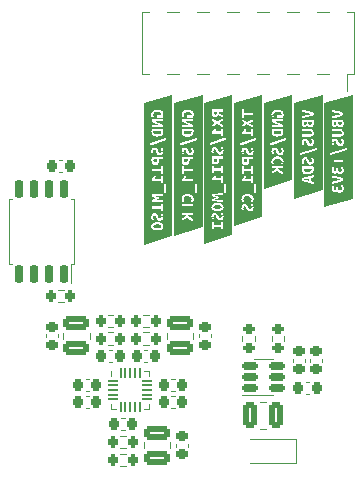
<source format=gbo>
%TF.GenerationSoftware,KiCad,Pcbnew,(6.0.1)*%
%TF.CreationDate,2022-02-16T12:07:44+01:00*%
%TF.ProjectId,f1c200s,66316332-3030-4732-9e6b-696361645f70,rev?*%
%TF.SameCoordinates,PX754fbd0PY813b7f0*%
%TF.FileFunction,Legend,Bot*%
%TF.FilePolarity,Positive*%
%FSLAX46Y46*%
G04 Gerber Fmt 4.6, Leading zero omitted, Abs format (unit mm)*
G04 Created by KiCad (PCBNEW (6.0.1)) date 2022-02-16 12:07:44*
%MOMM*%
%LPD*%
G01*
G04 APERTURE LIST*
G04 Aperture macros list*
%AMRoundRect*
0 Rectangle with rounded corners*
0 $1 Rounding radius*
0 $2 $3 $4 $5 $6 $7 $8 $9 X,Y pos of 4 corners*
0 Add a 4 corners polygon primitive as box body*
4,1,4,$2,$3,$4,$5,$6,$7,$8,$9,$2,$3,0*
0 Add four circle primitives for the rounded corners*
1,1,$1+$1,$2,$3*
1,1,$1+$1,$4,$5*
1,1,$1+$1,$6,$7*
1,1,$1+$1,$8,$9*
0 Add four rect primitives between the rounded corners*
20,1,$1+$1,$2,$3,$4,$5,0*
20,1,$1+$1,$4,$5,$6,$7,0*
20,1,$1+$1,$6,$7,$8,$9,0*
20,1,$1+$1,$8,$9,$2,$3,0*%
G04 Aperture macros list end*
%ADD10C,0.120000*%
%ADD11C,0.700000*%
%ADD12C,4.400000*%
%ADD13O,1.500000X0.800000*%
%ADD14C,0.650000*%
%ADD15O,1.600000X1.000000*%
%ADD16O,2.100000X1.000000*%
%ADD17RoundRect,0.225000X-0.225000X-0.250000X0.225000X-0.250000X0.225000X0.250000X-0.225000X0.250000X0*%
%ADD18RoundRect,0.200000X-0.200000X-0.275000X0.200000X-0.275000X0.200000X0.275000X-0.200000X0.275000X0*%
%ADD19RoundRect,0.150000X-0.512500X-0.150000X0.512500X-0.150000X0.512500X0.150000X-0.512500X0.150000X0*%
%ADD20RoundRect,0.250000X0.375000X0.850000X-0.375000X0.850000X-0.375000X-0.850000X0.375000X-0.850000X0*%
%ADD21RoundRect,0.200000X0.200000X0.275000X-0.200000X0.275000X-0.200000X-0.275000X0.200000X-0.275000X0*%
%ADD22RoundRect,0.225000X0.225000X0.250000X-0.225000X0.250000X-0.225000X-0.250000X0.225000X-0.250000X0*%
%ADD23RoundRect,0.150000X0.150000X-0.650000X0.150000X0.650000X-0.150000X0.650000X-0.150000X-0.650000X0*%
%ADD24RoundRect,0.250000X0.850000X-0.375000X0.850000X0.375000X-0.850000X0.375000X-0.850000X-0.375000X0*%
%ADD25RoundRect,0.250000X-0.850000X0.375000X-0.850000X-0.375000X0.850000X-0.375000X0.850000X0.375000X0*%
%ADD26RoundRect,0.200000X0.275000X-0.200000X0.275000X0.200000X-0.275000X0.200000X-0.275000X-0.200000X0*%
%ADD27R,0.900000X1.200000*%
%ADD28RoundRect,0.225000X0.250000X-0.225000X0.250000X0.225000X-0.250000X0.225000X-0.250000X-0.225000X0*%
%ADD29RoundRect,0.050000X-0.050000X0.375000X-0.050000X-0.375000X0.050000X-0.375000X0.050000X0.375000X0*%
%ADD30RoundRect,0.050000X-0.375000X0.050000X-0.375000X-0.050000X0.375000X-0.050000X0.375000X0.050000X0*%
%ADD31R,1.650000X1.650000*%
%ADD32RoundRect,0.225000X-0.250000X0.225000X-0.250000X-0.225000X0.250000X-0.225000X0.250000X0.225000X0*%
%ADD33R,1.000000X3.150000*%
G04 APERTURE END LIST*
D10*
X18049420Y9425000D02*
X18330580Y9425000D01*
X18049420Y10445000D02*
X18330580Y10445000D01*
X16027742Y637500D02*
X16502258Y637500D01*
X16027742Y1682500D02*
X16502258Y1682500D01*
X28140000Y9720000D02*
X28940000Y9720000D01*
X28140000Y6600000D02*
X26340000Y6600000D01*
X28140000Y9720000D02*
X27340000Y9720000D01*
X28140000Y6600000D02*
X28940000Y6600000D01*
X16027742Y2137500D02*
X16502258Y2137500D01*
X16027742Y3182500D02*
X16502258Y3182500D01*
X28376252Y6020000D02*
X27853748Y6020000D01*
X28376252Y3800000D02*
X27853748Y3800000D01*
X15427258Y13407500D02*
X14952742Y13407500D01*
X15427258Y12362500D02*
X14952742Y12362500D01*
X15330580Y10445000D02*
X15049420Y10445000D01*
X15330580Y9425000D02*
X15049420Y9425000D01*
X17952742Y10887500D02*
X18427258Y10887500D01*
X17952742Y11932500D02*
X18427258Y11932500D01*
X16124420Y4670000D02*
X16405580Y4670000D01*
X16124420Y3650000D02*
X16405580Y3650000D01*
X13380580Y5500000D02*
X13099420Y5500000D01*
X13380580Y6520000D02*
X13099420Y6520000D01*
X11830000Y17760000D02*
X11830000Y16110000D01*
X12090000Y20510000D02*
X12090000Y17760000D01*
X12090000Y20510000D02*
X12090000Y23260000D01*
X12090000Y23260000D02*
X11830000Y23260000D01*
X6640000Y17760000D02*
X6900000Y17760000D01*
X6640000Y20510000D02*
X6640000Y23260000D01*
X6640000Y23260000D02*
X6900000Y23260000D01*
X6640000Y20510000D02*
X6640000Y17760000D01*
X12090000Y17760000D02*
X11830000Y17760000D01*
X13425000Y11398748D02*
X13425000Y11921252D01*
X11205000Y11398748D02*
X11205000Y11921252D01*
X20349420Y6520000D02*
X20630580Y6520000D01*
X20349420Y5500000D02*
X20630580Y5500000D01*
X31749420Y7720000D02*
X32030580Y7720000D01*
X31749420Y6700000D02*
X32030580Y6700000D01*
X13380580Y6970000D02*
X13099420Y6970000D01*
X13380580Y7990000D02*
X13099420Y7990000D01*
G36*
X25671570Y20954280D02*
G01*
X25671570Y22501881D01*
X26288975Y22501881D01*
X26294134Y22417148D01*
X26309612Y22343925D01*
X26355650Y22230419D01*
X26506462Y22287569D01*
X26468362Y22375675D01*
X26452487Y22487594D01*
X26465011Y22574024D01*
X26502582Y22625883D01*
X26565200Y22643169D01*
X26615206Y22627294D01*
X26653306Y22586812D01*
X26682675Y22531250D01*
X26706487Y22470131D01*
X26745381Y22374087D01*
X26802531Y22282012D01*
X26891431Y22212956D01*
X26951558Y22192716D01*
X27025575Y22185969D01*
X27148011Y22208392D01*
X27239094Y22275662D01*
X27280986Y22345777D01*
X27306122Y22436529D01*
X27314500Y22547919D01*
X27307952Y22657853D01*
X27288306Y22743181D01*
X27239888Y22852719D01*
X27081138Y22795569D01*
X27128763Y22693175D01*
X27145431Y22627095D01*
X27150988Y22547919D01*
X27140669Y22466163D01*
X27112094Y22414569D01*
X27070819Y22388375D01*
X27023988Y22381231D01*
X26970013Y22398694D01*
X26927944Y22443144D01*
X26894606Y22503469D01*
X26866825Y22570144D01*
X26830312Y22662219D01*
X26777925Y22748737D01*
X26699344Y22813031D01*
X26582662Y22838431D01*
X26459631Y22816008D01*
X26366762Y22748737D01*
X26323547Y22681445D01*
X26297618Y22599160D01*
X26288975Y22501881D01*
X25671570Y22501881D01*
X25671570Y23221019D01*
X26288975Y23221019D01*
X26297706Y23126562D01*
X26317550Y23052744D01*
X26341362Y22999562D01*
X26360412Y22967019D01*
X26515987Y23017819D01*
X26475506Y23105925D01*
X26458837Y23224194D01*
X26475506Y23313887D01*
X26531069Y23391675D01*
X26635050Y23447237D01*
X26708075Y23463311D01*
X26796975Y23468669D01*
X26900427Y23462231D01*
X26986417Y23442916D01*
X27054944Y23410725D01*
X27122214Y23334327D01*
X27144638Y23221019D01*
X27127175Y23094812D01*
X27092250Y23014644D01*
X27246238Y22965431D01*
X27293069Y23077350D01*
X27309142Y23153352D01*
X27314500Y23240069D01*
X27299683Y23367774D01*
X27255233Y23473608D01*
X27181150Y23557569D01*
X27107430Y23605491D01*
X27019622Y23639722D01*
X26917724Y23660260D01*
X26801737Y23667106D01*
X26686247Y23658772D01*
X26584250Y23633769D01*
X26496342Y23593883D01*
X26423119Y23540900D01*
X26365175Y23475812D01*
X26323106Y23399612D01*
X26297508Y23314086D01*
X26288975Y23221019D01*
X25671570Y23221019D01*
X25671570Y23722669D01*
X27385938Y23722669D01*
X27555800Y23722669D01*
X27555800Y24491019D01*
X27385938Y24491019D01*
X27385938Y23722669D01*
X25671570Y23722669D01*
X25671570Y24764069D01*
X26311200Y24764069D01*
X27131938Y24764069D01*
X27131938Y24568806D01*
X27293863Y24568806D01*
X27293863Y25165706D01*
X27131938Y25165706D01*
X27131938Y24959331D01*
X26582662Y24959331D01*
X26639019Y25060931D01*
X26677912Y25157769D01*
X26515987Y25221269D01*
X26479475Y25138719D01*
X26430262Y25049819D01*
X26373112Y24965681D01*
X26311200Y24897419D01*
X26311200Y24764069D01*
X25671570Y24764069D01*
X25671570Y25381606D01*
X26311200Y25381606D01*
X26473125Y25381606D01*
X26473125Y25594331D01*
X27131938Y25594331D01*
X27131938Y25381606D01*
X27293863Y25381606D01*
X27293863Y26005494D01*
X27131938Y26005494D01*
X27131938Y25791181D01*
X26473125Y25791181D01*
X26473125Y26005494D01*
X26311200Y26005494D01*
X26311200Y25381606D01*
X25671570Y25381606D01*
X25671570Y26529369D01*
X26300087Y26529369D01*
X26308642Y26413834D01*
X26334307Y26316997D01*
X26377081Y26238856D01*
X26439258Y26181530D01*
X26523131Y26147134D01*
X26628700Y26135669D01*
X26735327Y26147222D01*
X26820258Y26181883D01*
X26883494Y26239650D01*
X26927150Y26318584D01*
X26953344Y26416744D01*
X26962075Y26534131D01*
X26962075Y26603981D01*
X27293863Y26603981D01*
X27293863Y26799244D01*
X26323900Y26799244D01*
X26312787Y26734950D01*
X26305644Y26662719D01*
X26301675Y26591281D01*
X26300087Y26529369D01*
X25671570Y26529369D01*
X25671570Y27264381D01*
X26288975Y27264381D01*
X26294134Y27179648D01*
X26309612Y27106425D01*
X26355650Y26992919D01*
X26506462Y27050069D01*
X26468362Y27138175D01*
X26452487Y27250094D01*
X26465011Y27336524D01*
X26502582Y27388383D01*
X26565200Y27405669D01*
X26615206Y27389794D01*
X26653306Y27349313D01*
X26682675Y27293750D01*
X26706487Y27232631D01*
X26745381Y27136588D01*
X26802531Y27044513D01*
X26891431Y26975456D01*
X26951558Y26955216D01*
X27025575Y26948469D01*
X27148011Y26970892D01*
X27239094Y27038163D01*
X27280986Y27108277D01*
X27306122Y27199029D01*
X27314500Y27310419D01*
X27307952Y27420353D01*
X27288306Y27505681D01*
X27239888Y27615219D01*
X27081138Y27558069D01*
X27128763Y27455675D01*
X27145431Y27389595D01*
X27150988Y27310419D01*
X27140669Y27228663D01*
X27112094Y27177069D01*
X27070819Y27150875D01*
X27023988Y27143731D01*
X26970013Y27161194D01*
X26927944Y27205644D01*
X26894606Y27265969D01*
X26866825Y27332644D01*
X26830312Y27424719D01*
X26777925Y27511238D01*
X26699344Y27575531D01*
X26582662Y27600931D01*
X26459631Y27578508D01*
X26366762Y27511238D01*
X26323547Y27443945D01*
X26297618Y27361660D01*
X26288975Y27264381D01*
X25671570Y27264381D01*
X25671570Y27753331D01*
X26184200Y27753331D01*
X27555800Y28194656D01*
X27555800Y28397856D01*
X26184200Y27953356D01*
X26184200Y27753331D01*
X25671570Y27753331D01*
X25671570Y28732819D01*
X26311200Y28732819D01*
X27131938Y28732819D01*
X27131938Y28537556D01*
X27293863Y28537556D01*
X27293863Y29134456D01*
X27131938Y29134456D01*
X27131938Y28928081D01*
X26582662Y28928081D01*
X26639019Y29029681D01*
X26677912Y29126519D01*
X26515987Y29190019D01*
X26479475Y29107469D01*
X26430262Y29018569D01*
X26373112Y28934431D01*
X26311200Y28866169D01*
X26311200Y28732819D01*
X25671570Y28732819D01*
X25671570Y29299556D01*
X26311200Y29299556D01*
X26769987Y29550381D01*
X26839837Y29507916D01*
X26912863Y29466244D01*
X26986483Y29426358D01*
X27058119Y29389250D01*
X27126381Y29355714D01*
X27189881Y29326544D01*
X27293863Y29283681D01*
X27293863Y29494819D01*
X27208534Y29528355D01*
X27114475Y29568638D01*
X27016050Y29613286D01*
X26917625Y29659919D01*
X27013073Y29705956D01*
X27112094Y29751994D01*
X27207939Y29794856D01*
X27293863Y29831369D01*
X27293863Y30042506D01*
X27190675Y29995675D01*
X27127969Y29963131D01*
X27060500Y29927413D01*
X26989658Y29889114D01*
X26916831Y29848831D01*
X26844402Y29808350D01*
X26774750Y29769456D01*
X26311200Y30026631D01*
X26311200Y29815494D01*
X26625525Y29659919D01*
X26311200Y29496406D01*
X26311200Y29299556D01*
X25671570Y29299556D01*
X25671570Y30099656D01*
X26311200Y30099656D01*
X26473125Y30099656D01*
X26473125Y30358419D01*
X27293863Y30358419D01*
X27293863Y30555269D01*
X26473125Y30555269D01*
X26473125Y30814031D01*
X26311200Y30814031D01*
X26311200Y30099656D01*
X25671570Y30099656D01*
X25671570Y31326661D01*
X28068430Y32045720D01*
X28068430Y21673339D01*
X25671570Y20954280D01*
G37*
G36*
X26792212Y26524606D02*
G01*
X26782886Y26442453D01*
X26754906Y26383319D01*
X26704305Y26347600D01*
X26627112Y26335694D01*
X26553889Y26347402D01*
X26505669Y26382525D01*
X26478880Y26437095D01*
X26469950Y26507144D01*
X26470744Y26555563D01*
X26474712Y26603981D01*
X26792212Y26603981D01*
X26792212Y26524606D01*
G37*
X15427258Y10887500D02*
X14952742Y10887500D01*
X15427258Y11932500D02*
X14952742Y11932500D01*
X20250000Y2646252D02*
X20250000Y2123748D01*
X18030000Y2646252D02*
X18030000Y2123748D01*
X26367500Y11172742D02*
X26367500Y11647258D01*
X27412500Y11172742D02*
X27412500Y11647258D01*
X20349420Y6980000D02*
X20630580Y6980000D01*
X20349420Y8000000D02*
X20630580Y8000000D01*
X30890000Y910000D02*
X26990000Y910000D01*
X30890000Y2910000D02*
X26990000Y2910000D01*
X30890000Y2910000D02*
X30890000Y910000D01*
X11227258Y15532500D02*
X10752742Y15532500D01*
X11227258Y14487500D02*
X10752742Y14487500D01*
G36*
X24330992Y22719980D02*
G01*
X24395881Y22715812D01*
X24504625Y22693587D01*
X24577650Y22646756D01*
X24604638Y22565794D01*
X24577650Y22485625D01*
X24503831Y22438000D01*
X24395088Y22415775D01*
X24330794Y22411608D01*
X24261737Y22410219D01*
X24192483Y22411608D01*
X24127594Y22415775D01*
X24018850Y22438000D01*
X23945825Y22484831D01*
X23918837Y22565794D01*
X23945825Y22646756D01*
X24019644Y22693587D01*
X24128387Y22715812D01*
X24192681Y22719980D01*
X24261737Y22721369D01*
X24330992Y22719980D01*
G37*
G36*
X24252212Y26571056D02*
G01*
X24242886Y26488903D01*
X24214906Y26429769D01*
X24164305Y26394050D01*
X24087112Y26382144D01*
X24013889Y26393852D01*
X23965669Y26428975D01*
X23938880Y26483545D01*
X23929950Y26553594D01*
X23930744Y26602013D01*
X23934712Y26650431D01*
X24252212Y26650431D01*
X24252212Y26571056D01*
G37*
G36*
X23131570Y19433868D02*
G01*
X23131570Y20665556D01*
X23771200Y20665556D01*
X23933125Y20665556D01*
X23933125Y20878281D01*
X24591938Y20878281D01*
X24591938Y20665556D01*
X24753863Y20665556D01*
X24753863Y21289444D01*
X24591938Y21289444D01*
X24591938Y21075131D01*
X23933125Y21075131D01*
X23933125Y21289444D01*
X23771200Y21289444D01*
X23771200Y20665556D01*
X23131570Y20665556D01*
X23131570Y21754581D01*
X23748975Y21754581D01*
X23754134Y21669848D01*
X23769612Y21596625D01*
X23815650Y21483119D01*
X23966462Y21540269D01*
X23928362Y21628375D01*
X23912487Y21740294D01*
X23925011Y21826724D01*
X23962582Y21878583D01*
X24025200Y21895869D01*
X24075206Y21879994D01*
X24113306Y21839512D01*
X24142675Y21783950D01*
X24166487Y21722831D01*
X24205381Y21626787D01*
X24262531Y21534712D01*
X24351431Y21465656D01*
X24411558Y21445416D01*
X24485575Y21438669D01*
X24608011Y21461092D01*
X24699094Y21528362D01*
X24740986Y21598477D01*
X24766122Y21689229D01*
X24774500Y21800619D01*
X24767952Y21910553D01*
X24748306Y21995881D01*
X24699888Y22105419D01*
X24541138Y22048269D01*
X24588763Y21945875D01*
X24605431Y21879795D01*
X24610988Y21800619D01*
X24600669Y21718862D01*
X24572094Y21667269D01*
X24530819Y21641075D01*
X24483988Y21633931D01*
X24430013Y21651394D01*
X24387944Y21695844D01*
X24354606Y21756169D01*
X24326825Y21822844D01*
X24290312Y21914919D01*
X24237925Y22001437D01*
X24159344Y22065731D01*
X24042662Y22091131D01*
X23919631Y22068708D01*
X23826762Y22001437D01*
X23783547Y21934145D01*
X23757618Y21851860D01*
X23748975Y21754581D01*
X23131570Y21754581D01*
X23131570Y22565794D01*
X23748975Y22565794D01*
X23763351Y22459608D01*
X23806478Y22371766D01*
X23878356Y22302269D01*
X23950836Y22262680D01*
X24038892Y22234403D01*
X24142526Y22217437D01*
X24261737Y22211781D01*
X24380949Y22217536D01*
X24484583Y22234800D01*
X24572639Y22263573D01*
X24645119Y22303856D01*
X24716997Y22373706D01*
X24760124Y22460490D01*
X24774500Y22564206D01*
X24760124Y22670481D01*
X24716997Y22758587D01*
X24645119Y22828525D01*
X24572639Y22868461D01*
X24484583Y22896986D01*
X24380949Y22914101D01*
X24261737Y22919806D01*
X24142526Y22913952D01*
X24038892Y22896391D01*
X23950836Y22867121D01*
X23878356Y22826144D01*
X23806478Y22755588D01*
X23763351Y22668805D01*
X23748975Y22565794D01*
X23131570Y22565794D01*
X23131570Y23057919D01*
X23771200Y23057919D01*
X23898200Y23047005D01*
X24022025Y23036487D01*
X24143667Y23026962D01*
X24264119Y23019025D01*
X24384372Y23012477D01*
X24505419Y23007119D01*
X24628252Y23002753D01*
X24753863Y22999181D01*
X24753863Y23178569D01*
X23990275Y23169044D01*
X24406200Y23289694D01*
X24406200Y23432569D01*
X23990275Y23548456D01*
X24753863Y23540519D01*
X24753863Y23719906D01*
X24630831Y23714945D01*
X24503038Y23709587D01*
X24373259Y23703833D01*
X24244275Y23697681D01*
X24117672Y23690736D01*
X23995037Y23682600D01*
X23878753Y23673273D01*
X23771200Y23662756D01*
X23771200Y23500831D01*
X23856925Y23473050D01*
X23969637Y23437331D01*
X24091875Y23399231D01*
X24206175Y23362719D01*
X24084731Y23323031D01*
X23964081Y23283344D01*
X23855337Y23248419D01*
X23771200Y23219844D01*
X23771200Y23057919D01*
X23131570Y23057919D01*
X23131570Y23769119D01*
X24845938Y23769119D01*
X25015800Y23769119D01*
X25015800Y24537469D01*
X24845938Y24537469D01*
X24845938Y23769119D01*
X23131570Y23769119D01*
X23131570Y24810519D01*
X23771200Y24810519D01*
X24591938Y24810519D01*
X24591938Y24615256D01*
X24753863Y24615256D01*
X24753863Y25212156D01*
X24591938Y25212156D01*
X24591938Y25005781D01*
X24042662Y25005781D01*
X24099019Y25107381D01*
X24137912Y25204219D01*
X23975987Y25267719D01*
X23939475Y25185169D01*
X23890262Y25096269D01*
X23833112Y25012131D01*
X23771200Y24943869D01*
X23771200Y24810519D01*
X23131570Y24810519D01*
X23131570Y25428056D01*
X23771200Y25428056D01*
X23933125Y25428056D01*
X23933125Y25640781D01*
X24591938Y25640781D01*
X24591938Y25428056D01*
X24753863Y25428056D01*
X24753863Y26051944D01*
X24591938Y26051944D01*
X24591938Y25837631D01*
X23933125Y25837631D01*
X23933125Y26051944D01*
X23771200Y26051944D01*
X23771200Y25428056D01*
X23131570Y25428056D01*
X23131570Y26575819D01*
X23760087Y26575819D01*
X23768642Y26460284D01*
X23794307Y26363447D01*
X23837081Y26285306D01*
X23899258Y26227980D01*
X23983131Y26193584D01*
X24088700Y26182119D01*
X24195327Y26193672D01*
X24280258Y26228333D01*
X24343494Y26286100D01*
X24387150Y26365034D01*
X24413344Y26463194D01*
X24422075Y26580581D01*
X24422075Y26650431D01*
X24753863Y26650431D01*
X24753863Y26845694D01*
X23783900Y26845694D01*
X23772787Y26781400D01*
X23765644Y26709169D01*
X23761675Y26637731D01*
X23760087Y26575819D01*
X23131570Y26575819D01*
X23131570Y27310831D01*
X23748975Y27310831D01*
X23754134Y27226098D01*
X23769612Y27152875D01*
X23815650Y27039369D01*
X23966462Y27096519D01*
X23928362Y27184625D01*
X23912487Y27296544D01*
X23925011Y27382974D01*
X23962582Y27434833D01*
X24025200Y27452119D01*
X24075206Y27436244D01*
X24113306Y27395763D01*
X24142675Y27340200D01*
X24166487Y27279081D01*
X24205381Y27183038D01*
X24262531Y27090963D01*
X24351431Y27021906D01*
X24411558Y27001666D01*
X24485575Y26994919D01*
X24608011Y27017342D01*
X24699094Y27084613D01*
X24740986Y27154727D01*
X24766122Y27245479D01*
X24774500Y27356869D01*
X24767952Y27466803D01*
X24748306Y27552131D01*
X24699888Y27661669D01*
X24541138Y27604519D01*
X24588763Y27502125D01*
X24605431Y27436045D01*
X24610988Y27356869D01*
X24600669Y27275113D01*
X24572094Y27223519D01*
X24530819Y27197325D01*
X24483988Y27190181D01*
X24430013Y27207644D01*
X24387944Y27252094D01*
X24354606Y27312419D01*
X24326825Y27379094D01*
X24290312Y27471169D01*
X24237925Y27557688D01*
X24159344Y27621981D01*
X24042662Y27647381D01*
X23919631Y27624958D01*
X23826762Y27557688D01*
X23783547Y27490395D01*
X23757618Y27408110D01*
X23748975Y27310831D01*
X23131570Y27310831D01*
X23131570Y27799781D01*
X23644200Y27799781D01*
X25015800Y28241106D01*
X25015800Y28444306D01*
X23644200Y27999806D01*
X23644200Y27799781D01*
X23131570Y27799781D01*
X23131570Y28779269D01*
X23771200Y28779269D01*
X24591938Y28779269D01*
X24591938Y28584006D01*
X24753863Y28584006D01*
X24753863Y29180906D01*
X24591938Y29180906D01*
X24591938Y28974531D01*
X24042662Y28974531D01*
X24099019Y29076131D01*
X24137912Y29172969D01*
X23975987Y29236469D01*
X23939475Y29153919D01*
X23890262Y29065019D01*
X23833112Y28980881D01*
X23771200Y28912619D01*
X23771200Y28779269D01*
X23131570Y28779269D01*
X23131570Y29346006D01*
X23771200Y29346006D01*
X24229987Y29596831D01*
X24299837Y29554366D01*
X24372863Y29512694D01*
X24446483Y29472808D01*
X24518119Y29435700D01*
X24586381Y29402164D01*
X24649881Y29372994D01*
X24753863Y29330131D01*
X24753863Y29541269D01*
X24668534Y29574805D01*
X24574475Y29615088D01*
X24476050Y29659736D01*
X24377625Y29706369D01*
X24473073Y29752406D01*
X24572094Y29798444D01*
X24667939Y29841306D01*
X24753863Y29877819D01*
X24753863Y30088956D01*
X24650675Y30042125D01*
X24587969Y30009581D01*
X24520500Y29973863D01*
X24449658Y29935564D01*
X24376831Y29895281D01*
X24304402Y29854800D01*
X24234750Y29815906D01*
X23771200Y30073081D01*
X23771200Y29861944D01*
X24085525Y29706369D01*
X23771200Y29542856D01*
X23771200Y29346006D01*
X23131570Y29346006D01*
X23131570Y30560444D01*
X23760087Y30560444D01*
X23764850Y30480275D01*
X23779137Y30408044D01*
X23803347Y30344544D01*
X23837875Y30290569D01*
X23938681Y30215163D01*
X24005158Y30195517D01*
X24082350Y30188969D01*
X24164106Y30197700D01*
X24237925Y30223894D01*
X24299441Y30270328D01*
X24344288Y30339781D01*
X24435569Y30282631D01*
X24540344Y30223894D01*
X24649881Y30169125D01*
X24753863Y30123881D01*
X24753863Y30328669D01*
X24660398Y30368158D01*
X24570506Y30413600D01*
X24481805Y30463805D01*
X24391913Y30517581D01*
X24391913Y30619181D01*
X24753863Y30619181D01*
X24753863Y30814444D01*
X23785487Y30814444D01*
X23773581Y30751738D01*
X23765644Y30682681D01*
X23761675Y30616006D01*
X23760087Y30560444D01*
X23131570Y30560444D01*
X23131570Y31327074D01*
X25528430Y32046132D01*
X25528430Y20152926D01*
X23131570Y19433868D01*
G37*
G36*
X24229987Y30576319D02*
G01*
X24220264Y30490197D01*
X24191094Y30431856D01*
X24080762Y30387406D01*
X24013294Y30399313D01*
X23966462Y30435031D01*
X23939078Y30490197D01*
X23929950Y30560444D01*
X23930744Y30587431D01*
X23934712Y30619181D01*
X24229987Y30619181D01*
X24229987Y30576319D01*
G37*
X19955000Y11398748D02*
X19955000Y11921252D01*
X22175000Y11398748D02*
X22175000Y11921252D01*
X32130000Y9444420D02*
X32130000Y9725580D01*
X33150000Y9444420D02*
X33150000Y9725580D01*
X15255000Y8220000D02*
X15255000Y8670000D01*
X18475000Y5900000D02*
X18475000Y5450000D01*
X18475000Y5450000D02*
X18025000Y5450000D01*
X18475000Y8220000D02*
X18475000Y8670000D01*
X18475000Y8670000D02*
X18025000Y8670000D01*
X15255000Y5900000D02*
X15255000Y5450000D01*
X15255000Y5450000D02*
X15705000Y5450000D01*
G36*
X32235113Y29718194D02*
G01*
X32236700Y29669775D01*
X32231144Y29604688D01*
X32210506Y29548331D01*
X32167644Y29507850D01*
X32097000Y29491975D01*
X31994606Y29537219D01*
X31963650Y29658663D01*
X31963650Y29763438D01*
X32230350Y29763438D01*
X32235113Y29718194D01*
G37*
G36*
X31801725Y29687238D02*
G01*
X31769181Y29574525D01*
X31679487Y29536425D01*
X31623131Y29547538D01*
X31589794Y29577700D01*
X31573919Y29622150D01*
X31569950Y29674537D01*
X31571537Y29720575D01*
X31576300Y29763438D01*
X31801725Y29763438D01*
X31801725Y29687238D01*
G37*
G36*
X32004925Y24791387D02*
G01*
X31903325Y24810437D01*
X31805694Y24831869D01*
X31707269Y24857269D01*
X31601700Y24886637D01*
X31707269Y24916006D01*
X31805694Y24941406D01*
X31903325Y24963631D01*
X32004925Y24983475D01*
X32004925Y24791387D01*
G37*
G36*
X33168430Y32049226D02*
G01*
X33168430Y23989832D01*
X30771570Y23270774D01*
X30771570Y24775512D01*
X31411200Y24775512D01*
X31520787Y24740637D01*
X31633648Y24705861D01*
X31749784Y24671184D01*
X31869194Y24636606D01*
X31967650Y24609142D01*
X32069346Y24581996D01*
X32174280Y24555167D01*
X32282452Y24528656D01*
X32393863Y24502462D01*
X32393863Y24712012D01*
X32166850Y24758050D01*
X32166850Y25019987D01*
X32393863Y25064437D01*
X32393863Y25267637D01*
X32279721Y25239634D01*
X32169708Y25211503D01*
X32063821Y25183246D01*
X31962062Y25154861D01*
X31864431Y25126350D01*
X31746510Y25090929D01*
X31631664Y25056103D01*
X31519894Y25021873D01*
X31411200Y24988237D01*
X31411200Y24775512D01*
X30771570Y24775512D01*
X30771570Y25755000D01*
X31400087Y25755000D01*
X31407231Y25662330D01*
X31428662Y25577994D01*
X31465373Y25503977D01*
X31518356Y25442262D01*
X31587809Y25392852D01*
X31673931Y25355744D01*
X31778111Y25332527D01*
X31901737Y25324787D01*
X32028142Y25333320D01*
X32134306Y25358919D01*
X32221420Y25399598D01*
X32290675Y25453375D01*
X32342864Y25519455D01*
X32378781Y25597044D01*
X32399617Y25684555D01*
X32406563Y25780400D01*
X32401006Y25882794D01*
X32382750Y25989950D01*
X31423900Y25989950D01*
X31404850Y25864537D01*
X31400087Y25755000D01*
X30771570Y25755000D01*
X30771570Y26455087D01*
X31388975Y26455087D01*
X31394134Y26370355D01*
X31409612Y26297131D01*
X31455650Y26183625D01*
X31606462Y26240775D01*
X31568362Y26328881D01*
X31552487Y26440800D01*
X31565011Y26527231D01*
X31602582Y26579089D01*
X31665200Y26596375D01*
X31715206Y26580500D01*
X31753306Y26540019D01*
X31782675Y26484456D01*
X31806487Y26423337D01*
X31845381Y26327294D01*
X31902531Y26235219D01*
X31991431Y26166162D01*
X32051558Y26145922D01*
X32125575Y26139175D01*
X32248011Y26161598D01*
X32339094Y26228869D01*
X32380986Y26298983D01*
X32406122Y26389735D01*
X32414500Y26501125D01*
X32407952Y26611059D01*
X32388306Y26696387D01*
X32339888Y26805925D01*
X32181138Y26748775D01*
X32228763Y26646381D01*
X32245431Y26580302D01*
X32250988Y26501125D01*
X32240669Y26419369D01*
X32212094Y26367775D01*
X32170819Y26341581D01*
X32123988Y26334437D01*
X32070013Y26351900D01*
X32027944Y26396350D01*
X31994606Y26456675D01*
X31966825Y26523350D01*
X31930312Y26615425D01*
X31877925Y26701944D01*
X31799344Y26766237D01*
X31682662Y26791637D01*
X31559631Y26769214D01*
X31466762Y26701944D01*
X31423547Y26634651D01*
X31397618Y26552366D01*
X31388975Y26455087D01*
X30771570Y26455087D01*
X30771570Y26944037D01*
X31284200Y26944037D01*
X32655800Y27385362D01*
X32655800Y27588562D01*
X31284200Y27144062D01*
X31284200Y26944037D01*
X30771570Y26944037D01*
X30771570Y28042588D01*
X31388975Y28042588D01*
X31394134Y27957855D01*
X31409612Y27884631D01*
X31455650Y27771125D01*
X31606462Y27828275D01*
X31568362Y27916381D01*
X31552487Y28028300D01*
X31565011Y28114731D01*
X31602582Y28166589D01*
X31665200Y28183875D01*
X31715206Y28168000D01*
X31753306Y28127519D01*
X31782675Y28071956D01*
X31806487Y28010838D01*
X31845381Y27914794D01*
X31902531Y27822719D01*
X31991431Y27753663D01*
X32051558Y27733422D01*
X32125575Y27726675D01*
X32248011Y27749098D01*
X32339094Y27816369D01*
X32380986Y27886483D01*
X32406122Y27977235D01*
X32414500Y28088625D01*
X32407952Y28198559D01*
X32388306Y28283888D01*
X32339888Y28393425D01*
X32181138Y28336275D01*
X32228763Y28233881D01*
X32245431Y28167802D01*
X32250988Y28088625D01*
X32240669Y28006869D01*
X32212094Y27955275D01*
X32170819Y27929081D01*
X32123988Y27921938D01*
X32070013Y27939400D01*
X32027944Y27983850D01*
X31994606Y28044175D01*
X31966825Y28110850D01*
X31930312Y28202925D01*
X31877925Y28289444D01*
X31799344Y28353738D01*
X31682662Y28379138D01*
X31559631Y28356714D01*
X31466762Y28289444D01*
X31423547Y28222151D01*
X31397618Y28139866D01*
X31388975Y28042588D01*
X30771570Y28042588D01*
X30771570Y28518838D01*
X31411200Y28518838D01*
X32038263Y28518838D01*
X32120019Y28522806D01*
X32193838Y28534713D01*
X32258528Y28556541D01*
X32312900Y28590275D01*
X32356358Y28636313D01*
X32388306Y28695050D01*
X32407952Y28768075D01*
X32414500Y28856975D01*
X32407952Y28944486D01*
X32388306Y29016519D01*
X32312900Y29118913D01*
X32258528Y29151456D01*
X32193838Y29172888D01*
X32120019Y29184794D01*
X32038263Y29188763D01*
X31411200Y29188763D01*
X31411200Y28991913D01*
X32025563Y28991913D01*
X32129544Y28985563D01*
X32197013Y28964131D01*
X32233525Y28922063D01*
X32244638Y28853800D01*
X32233525Y28785538D01*
X32196219Y28742675D01*
X32127956Y28720450D01*
X32023975Y28714100D01*
X31411200Y28714100D01*
X31411200Y28518838D01*
X30771570Y28518838D01*
X30771570Y29704700D01*
X31400087Y29704700D01*
X31405842Y29603894D01*
X31423106Y29523725D01*
X31483431Y29414188D01*
X31566775Y29360213D01*
X31658850Y29345925D01*
X31724731Y29354458D01*
X31782675Y29380056D01*
X31868400Y29471338D01*
X31911262Y29387398D01*
X31966825Y29335606D01*
X32030325Y29308817D01*
X32097000Y29299888D01*
X32178558Y29307428D01*
X32245431Y29330050D01*
X32340681Y29411806D01*
X32371241Y29468163D01*
X32391481Y29534044D01*
X32402792Y29607267D01*
X32406563Y29685650D01*
X32404777Y29751928D01*
X32399419Y29820588D01*
X32390489Y29890041D01*
X32377988Y29958700D01*
X31423900Y29958700D01*
X31407231Y29836463D01*
X31400087Y29704700D01*
X30771570Y29704700D01*
X30771570Y30611163D01*
X31411200Y30611163D01*
X31493552Y30599256D01*
X31588206Y30582588D01*
X31690600Y30562545D01*
X31796169Y30540519D01*
X31902531Y30516706D01*
X32007306Y30491306D01*
X32105930Y30465311D01*
X32193838Y30439713D01*
X32107120Y30414313D01*
X32008894Y30388913D01*
X31904119Y30364306D01*
X31797756Y30341288D01*
X31691989Y30319856D01*
X31589000Y30300013D01*
X31493750Y30282550D01*
X31411200Y30268263D01*
X31411200Y30063475D01*
X31512006Y30084708D01*
X31623925Y30110306D01*
X31744377Y30140072D01*
X31870781Y30173806D01*
X31957565Y30198413D01*
X32045406Y30224606D01*
X32134306Y30252388D01*
X32222765Y30281315D01*
X32309284Y30310949D01*
X32393863Y30341288D01*
X32393863Y30542900D01*
X32277181Y30582191D01*
X32146213Y30623863D01*
X32054226Y30651908D01*
X31962415Y30678896D01*
X31870781Y30704825D01*
X31780911Y30729343D01*
X31694392Y30752097D01*
X31611225Y30773088D01*
X31500100Y30799281D01*
X31411200Y30817538D01*
X31411200Y30611163D01*
X30771570Y30611163D01*
X30771570Y31330168D01*
X33168430Y32049226D01*
G37*
G36*
X32236700Y25777225D02*
G01*
X32236700Y25759762D01*
X32211300Y25647844D01*
X32141450Y25574819D01*
X32035881Y25535131D01*
X31971786Y25526202D01*
X31901737Y25523225D01*
X31777912Y25532750D01*
X31671550Y25566087D01*
X31597731Y25631175D01*
X31569950Y25737537D01*
X31570744Y25766112D01*
X31574712Y25794687D01*
X32235113Y25794687D01*
X32236700Y25777225D01*
G37*
X9705000Y11800580D02*
X9705000Y11519420D01*
X10725000Y11800580D02*
X10725000Y11519420D01*
G36*
X20601570Y20115974D02*
G01*
X20601570Y21381000D01*
X21241200Y21381000D01*
X21338831Y21434181D01*
X21394791Y21467320D01*
X21453131Y21504825D01*
X21513258Y21545902D01*
X21574575Y21589756D01*
X21635297Y21635992D01*
X21693637Y21684212D01*
X21744834Y21634603D01*
X21803175Y21584200D01*
X21867270Y21534789D01*
X21935731Y21488156D01*
X22007169Y21445095D01*
X22080194Y21406400D01*
X22153020Y21373459D01*
X22223863Y21347662D01*
X22223863Y21568325D01*
X22104006Y21618331D01*
X22040506Y21652661D01*
X21978594Y21690562D01*
X21919459Y21731242D01*
X21864294Y21773906D01*
X21774600Y21857250D01*
X22223863Y21857250D01*
X22223863Y22052512D01*
X21241200Y22052512D01*
X21241200Y21857250D01*
X21649187Y21857250D01*
X21550762Y21784225D01*
X21442812Y21711994D01*
X21336450Y21649287D01*
X21241200Y21601662D01*
X21241200Y21381000D01*
X20601570Y21381000D01*
X20601570Y22608137D01*
X21241200Y22608137D01*
X22061938Y22608137D01*
X22061938Y22187450D01*
X22223863Y22187450D01*
X22223863Y22804987D01*
X21241200Y22804987D01*
X21241200Y22608137D01*
X20601570Y22608137D01*
X20601570Y23222500D01*
X21218975Y23222500D01*
X21227706Y23128044D01*
X21247550Y23054225D01*
X21271362Y23001044D01*
X21290412Y22968500D01*
X21445987Y23019300D01*
X21405506Y23107406D01*
X21388837Y23225675D01*
X21405506Y23315369D01*
X21461069Y23393156D01*
X21565050Y23448719D01*
X21638075Y23464792D01*
X21726975Y23470150D01*
X21830427Y23463712D01*
X21916417Y23444397D01*
X21984944Y23412206D01*
X22052214Y23335808D01*
X22074638Y23222500D01*
X22057175Y23096294D01*
X22022250Y23016125D01*
X22176238Y22966912D01*
X22223069Y23078831D01*
X22239142Y23154833D01*
X22244500Y23241550D01*
X22229683Y23369256D01*
X22185233Y23475089D01*
X22111150Y23559050D01*
X22037430Y23606973D01*
X21949622Y23641203D01*
X21847724Y23661741D01*
X21731737Y23668587D01*
X21616247Y23660253D01*
X21514250Y23635250D01*
X21426342Y23595364D01*
X21353119Y23542381D01*
X21295175Y23477294D01*
X21253106Y23401094D01*
X21227508Y23315567D01*
X21218975Y23222500D01*
X20601570Y23222500D01*
X20601570Y23724150D01*
X22315938Y23724150D01*
X22485800Y23724150D01*
X22485800Y24492500D01*
X22315938Y24492500D01*
X22315938Y23724150D01*
X20601570Y23724150D01*
X20601570Y24765550D01*
X21241200Y24765550D01*
X22061938Y24765550D01*
X22061938Y24570287D01*
X22223863Y24570287D01*
X22223863Y25167187D01*
X22061938Y25167187D01*
X22061938Y24960812D01*
X21512662Y24960812D01*
X21569019Y25062412D01*
X21607912Y25159250D01*
X21445987Y25222750D01*
X21409475Y25140200D01*
X21360262Y25051300D01*
X21303112Y24967162D01*
X21241200Y24898900D01*
X21241200Y24765550D01*
X20601570Y24765550D01*
X20601570Y25383087D01*
X21241200Y25383087D01*
X21403125Y25383087D01*
X21403125Y25595812D01*
X22061938Y25595812D01*
X22061938Y25383087D01*
X22223863Y25383087D01*
X22223863Y26006975D01*
X22061938Y26006975D01*
X22061938Y25792662D01*
X21403125Y25792662D01*
X21403125Y26006975D01*
X21241200Y26006975D01*
X21241200Y25383087D01*
X20601570Y25383087D01*
X20601570Y26530850D01*
X21230087Y26530850D01*
X21238642Y26415315D01*
X21264307Y26318478D01*
X21307081Y26240338D01*
X21369258Y26183011D01*
X21453131Y26148615D01*
X21558700Y26137150D01*
X21665327Y26148703D01*
X21750258Y26183364D01*
X21813494Y26241131D01*
X21857150Y26320065D01*
X21883344Y26418226D01*
X21892075Y26535613D01*
X21892075Y26605463D01*
X22223863Y26605463D01*
X22223863Y26800725D01*
X21253900Y26800725D01*
X21242787Y26736431D01*
X21235644Y26664200D01*
X21231675Y26592763D01*
X21230087Y26530850D01*
X20601570Y26530850D01*
X20601570Y27265863D01*
X21218975Y27265863D01*
X21224134Y27181130D01*
X21239612Y27107906D01*
X21285650Y26994400D01*
X21436462Y27051550D01*
X21398362Y27139656D01*
X21382487Y27251575D01*
X21395011Y27338006D01*
X21432582Y27389864D01*
X21495200Y27407150D01*
X21545206Y27391275D01*
X21583306Y27350794D01*
X21612675Y27295231D01*
X21636487Y27234113D01*
X21675381Y27138069D01*
X21732531Y27045994D01*
X21821431Y26976938D01*
X21881558Y26956697D01*
X21955575Y26949950D01*
X22078011Y26972373D01*
X22169094Y27039644D01*
X22210986Y27109758D01*
X22236122Y27200510D01*
X22244500Y27311900D01*
X22237952Y27421834D01*
X22218306Y27507163D01*
X22169888Y27616700D01*
X22011138Y27559550D01*
X22058763Y27457156D01*
X22075431Y27391077D01*
X22080988Y27311900D01*
X22070669Y27230144D01*
X22042094Y27178550D01*
X22000819Y27152356D01*
X21953988Y27145213D01*
X21900013Y27162675D01*
X21857944Y27207125D01*
X21824606Y27267450D01*
X21796825Y27334125D01*
X21760312Y27426200D01*
X21707925Y27512719D01*
X21629344Y27577013D01*
X21512662Y27602413D01*
X21389631Y27579989D01*
X21296762Y27512719D01*
X21253547Y27445426D01*
X21227618Y27363141D01*
X21218975Y27265863D01*
X20601570Y27265863D01*
X20601570Y27754813D01*
X21114200Y27754813D01*
X22485800Y28196138D01*
X22485800Y28399338D01*
X21114200Y27954838D01*
X21114200Y27754813D01*
X20601570Y27754813D01*
X20601570Y28947025D01*
X21230087Y28947025D01*
X21237231Y28854355D01*
X21258662Y28770019D01*
X21295373Y28696002D01*
X21348356Y28634288D01*
X21417809Y28584877D01*
X21503931Y28547769D01*
X21608111Y28524552D01*
X21731737Y28516813D01*
X21858142Y28525345D01*
X21964306Y28550944D01*
X22051420Y28591623D01*
X22120675Y28645400D01*
X22172864Y28711480D01*
X22208781Y28789069D01*
X22229617Y28876580D01*
X22236563Y28972425D01*
X22231006Y29074819D01*
X22212750Y29181975D01*
X21253900Y29181975D01*
X21234850Y29056563D01*
X21230087Y28947025D01*
X20601570Y28947025D01*
X20601570Y29340725D01*
X21241200Y29340725D01*
X22223863Y29340725D01*
X22223863Y29497888D01*
X22114942Y29543660D01*
X22006199Y29592079D01*
X21897631Y29643144D01*
X21789064Y29696854D01*
X21680320Y29753210D01*
X21571400Y29812213D01*
X22223863Y29812213D01*
X22223863Y29988425D01*
X21241200Y29988425D01*
X21241200Y29831263D01*
X21314027Y29786813D01*
X21392806Y29742363D01*
X21474364Y29698508D01*
X21555525Y29655844D01*
X21635297Y29615363D01*
X21712687Y29578056D01*
X21784125Y29544917D01*
X21846038Y29516938D01*
X21241200Y29516938D01*
X21241200Y29340725D01*
X20601570Y29340725D01*
X20601570Y30386888D01*
X21218975Y30386888D01*
X21227706Y30284494D01*
X21247550Y30205913D01*
X21271362Y30151144D01*
X21290412Y30118600D01*
X21445987Y30169400D01*
X21406300Y30255125D01*
X21388837Y30359900D01*
X21414237Y30477375D01*
X21484881Y30555956D01*
X21592831Y30600406D01*
X21658911Y30610527D01*
X21731737Y30613900D01*
X21838894Y30607726D01*
X21925413Y30589206D01*
X21991294Y30558338D01*
X22053802Y30489678D01*
X22074638Y30394825D01*
X22073050Y30356725D01*
X22068288Y30318625D01*
X21709512Y30318625D01*
X21709512Y30123362D01*
X22200050Y30123362D01*
X22228625Y30232106D01*
X22240531Y30313664D01*
X22244500Y30410700D01*
X22236364Y30498211D01*
X22211956Y30576594D01*
X22171475Y30645055D01*
X22115119Y30702800D01*
X22042888Y30749234D01*
X21954781Y30783763D01*
X21850998Y30805194D01*
X21731737Y30812338D01*
X21613667Y30804003D01*
X21510281Y30779000D01*
X21421977Y30739709D01*
X21349150Y30688513D01*
X21292198Y30626203D01*
X21251519Y30553575D01*
X21227111Y30473009D01*
X21218975Y30386888D01*
X20601570Y30386888D01*
X20601570Y31324968D01*
X22998430Y32044026D01*
X22998430Y20835032D01*
X20601570Y20115974D01*
G37*
G36*
X21722212Y26526088D02*
G01*
X21712886Y26443934D01*
X21684906Y26384800D01*
X21634305Y26349081D01*
X21557112Y26337175D01*
X21483889Y26348883D01*
X21435669Y26384006D01*
X21408880Y26438577D01*
X21399950Y26508625D01*
X21400744Y26557044D01*
X21404712Y26605463D01*
X21722212Y26605463D01*
X21722212Y26526088D01*
G37*
G36*
X22066700Y28969250D02*
G01*
X22066700Y28951788D01*
X22041300Y28839869D01*
X21971450Y28766844D01*
X21865881Y28727156D01*
X21801786Y28718227D01*
X21731737Y28715250D01*
X21607912Y28724775D01*
X21501550Y28758113D01*
X21427731Y28823200D01*
X21399950Y28929563D01*
X21400744Y28958138D01*
X21404712Y28986713D01*
X22065113Y28986713D01*
X22066700Y28969250D01*
G37*
X11130580Y26520000D02*
X10849420Y26520000D01*
X11130580Y25500000D02*
X10849420Y25500000D01*
X28867500Y11172742D02*
X28867500Y11647258D01*
X29912500Y11172742D02*
X29912500Y11647258D01*
G36*
X19240992Y21091686D02*
G01*
X19305881Y21087519D01*
X19414625Y21065294D01*
X19487650Y21018462D01*
X19514638Y20937500D01*
X19487650Y20857331D01*
X19413831Y20809706D01*
X19305088Y20787481D01*
X19240794Y20783314D01*
X19171737Y20781925D01*
X19102483Y20783314D01*
X19037594Y20787481D01*
X18928850Y20809706D01*
X18855825Y20856537D01*
X18828837Y20937500D01*
X18855825Y21018462D01*
X18929644Y21065294D01*
X19038387Y21087519D01*
X19102681Y21091686D01*
X19171737Y21093075D01*
X19240992Y21091686D01*
G37*
G36*
X18041570Y19351799D02*
G01*
X18041570Y20937500D01*
X18658975Y20937500D01*
X18673351Y20831314D01*
X18716478Y20743472D01*
X18788356Y20673975D01*
X18860836Y20634387D01*
X18948892Y20606109D01*
X19052526Y20589143D01*
X19171737Y20583487D01*
X19290949Y20589242D01*
X19394583Y20606506D01*
X19482639Y20635280D01*
X19555119Y20675562D01*
X19626997Y20745412D01*
X19670124Y20832196D01*
X19684500Y20935912D01*
X19670124Y21042187D01*
X19626997Y21130293D01*
X19555119Y21200231D01*
X19482639Y21240167D01*
X19394583Y21268692D01*
X19290949Y21285807D01*
X19171737Y21291512D01*
X19052526Y21285659D01*
X18948892Y21268097D01*
X18860836Y21238827D01*
X18788356Y21197850D01*
X18716478Y21127294D01*
X18673351Y21040511D01*
X18658975Y20937500D01*
X18041570Y20937500D01*
X18041570Y21713787D01*
X18658975Y21713787D01*
X18664134Y21629055D01*
X18679612Y21555831D01*
X18725650Y21442325D01*
X18876462Y21499475D01*
X18838362Y21587581D01*
X18822487Y21699500D01*
X18835011Y21785931D01*
X18872582Y21837789D01*
X18935200Y21855075D01*
X18985206Y21839200D01*
X19023306Y21798719D01*
X19052675Y21743156D01*
X19076487Y21682037D01*
X19115381Y21585994D01*
X19172531Y21493919D01*
X19261431Y21424862D01*
X19321558Y21404622D01*
X19395575Y21397875D01*
X19518011Y21420298D01*
X19609094Y21487569D01*
X19650986Y21557683D01*
X19676122Y21648435D01*
X19684500Y21759825D01*
X19677952Y21869759D01*
X19658306Y21955087D01*
X19609888Y22064625D01*
X19451138Y22007475D01*
X19498763Y21905081D01*
X19515431Y21839002D01*
X19520988Y21759825D01*
X19510669Y21678069D01*
X19482094Y21626475D01*
X19440819Y21600281D01*
X19393988Y21593137D01*
X19340013Y21610600D01*
X19297944Y21655050D01*
X19264606Y21715375D01*
X19236825Y21782050D01*
X19200312Y21874125D01*
X19147925Y21960644D01*
X19069344Y22024937D01*
X18952662Y22050337D01*
X18829631Y22027914D01*
X18736762Y21960644D01*
X18693547Y21893351D01*
X18667618Y21811066D01*
X18658975Y21713787D01*
X18041570Y21713787D01*
X18041570Y22212262D01*
X18681200Y22212262D01*
X18843125Y22212262D01*
X18843125Y22424987D01*
X19501938Y22424987D01*
X19501938Y22212262D01*
X19663863Y22212262D01*
X19663863Y22836150D01*
X19501938Y22836150D01*
X19501938Y22621837D01*
X18843125Y22621837D01*
X18843125Y22836150D01*
X18681200Y22836150D01*
X18681200Y22212262D01*
X18041570Y22212262D01*
X18041570Y23017125D01*
X18681200Y23017125D01*
X18808200Y23006211D01*
X18932025Y22995694D01*
X19053667Y22986169D01*
X19174119Y22978231D01*
X19294372Y22971683D01*
X19415419Y22966325D01*
X19538252Y22961959D01*
X19663863Y22958387D01*
X19663863Y23137775D01*
X18900275Y23128250D01*
X19316200Y23248900D01*
X19316200Y23391775D01*
X18900275Y23507662D01*
X19663863Y23499725D01*
X19663863Y23679112D01*
X19540831Y23674152D01*
X19413038Y23668794D01*
X19283259Y23663039D01*
X19154275Y23656887D01*
X19027672Y23649942D01*
X18905037Y23641806D01*
X18788753Y23632480D01*
X18681200Y23621962D01*
X18681200Y23460037D01*
X18766925Y23432256D01*
X18879637Y23396537D01*
X19001875Y23358437D01*
X19116175Y23321925D01*
X18994731Y23282237D01*
X18874081Y23242550D01*
X18765337Y23207625D01*
X18681200Y23179050D01*
X18681200Y23017125D01*
X18041570Y23017125D01*
X18041570Y23728325D01*
X19755938Y23728325D01*
X19925800Y23728325D01*
X19925800Y24496675D01*
X19755938Y24496675D01*
X19755938Y23728325D01*
X18041570Y23728325D01*
X18041570Y24769725D01*
X18681200Y24769725D01*
X19501938Y24769725D01*
X19501938Y24574462D01*
X19663863Y24574462D01*
X19663863Y25171362D01*
X19501938Y25171362D01*
X19501938Y24964987D01*
X18952662Y24964987D01*
X19009019Y25066587D01*
X19047912Y25163425D01*
X18885987Y25226925D01*
X18849475Y25144375D01*
X18800262Y25055475D01*
X18743112Y24971337D01*
X18681200Y24903075D01*
X18681200Y24769725D01*
X18041570Y24769725D01*
X18041570Y25387262D01*
X18681200Y25387262D01*
X18843125Y25387262D01*
X18843125Y25599987D01*
X19501938Y25599987D01*
X19501938Y25387262D01*
X19663863Y25387262D01*
X19663863Y26011150D01*
X19501938Y26011150D01*
X19501938Y25796838D01*
X18843125Y25796838D01*
X18843125Y26011150D01*
X18681200Y26011150D01*
X18681200Y25387262D01*
X18041570Y25387262D01*
X18041570Y26535025D01*
X18670087Y26535025D01*
X18678642Y26419490D01*
X18704307Y26322653D01*
X18747081Y26244513D01*
X18809258Y26187186D01*
X18893131Y26152790D01*
X18998700Y26141325D01*
X19105327Y26152878D01*
X19190258Y26187539D01*
X19253494Y26245306D01*
X19297150Y26324240D01*
X19323344Y26422401D01*
X19332075Y26539788D01*
X19332075Y26609638D01*
X19663863Y26609638D01*
X19663863Y26804900D01*
X18693900Y26804900D01*
X18682787Y26740606D01*
X18675644Y26668375D01*
X18671675Y26596938D01*
X18670087Y26535025D01*
X18041570Y26535025D01*
X18041570Y27270038D01*
X18658975Y27270038D01*
X18664134Y27185305D01*
X18679612Y27112081D01*
X18725650Y26998575D01*
X18876462Y27055725D01*
X18838362Y27143831D01*
X18822487Y27255750D01*
X18835011Y27342181D01*
X18872582Y27394039D01*
X18935200Y27411325D01*
X18985206Y27395450D01*
X19023306Y27354969D01*
X19052675Y27299406D01*
X19076487Y27238288D01*
X19115381Y27142244D01*
X19172531Y27050169D01*
X19261431Y26981113D01*
X19321558Y26960872D01*
X19395575Y26954125D01*
X19518011Y26976548D01*
X19609094Y27043819D01*
X19650986Y27113933D01*
X19676122Y27204685D01*
X19684500Y27316075D01*
X19677952Y27426009D01*
X19658306Y27511338D01*
X19609888Y27620875D01*
X19451138Y27563725D01*
X19498763Y27461331D01*
X19515431Y27395252D01*
X19520988Y27316075D01*
X19510669Y27234319D01*
X19482094Y27182725D01*
X19440819Y27156531D01*
X19393988Y27149388D01*
X19340013Y27166850D01*
X19297944Y27211300D01*
X19264606Y27271625D01*
X19236825Y27338300D01*
X19200312Y27430375D01*
X19147925Y27516894D01*
X19069344Y27581188D01*
X18952662Y27606588D01*
X18829631Y27584164D01*
X18736762Y27516894D01*
X18693547Y27449601D01*
X18667618Y27367316D01*
X18658975Y27270038D01*
X18041570Y27270038D01*
X18041570Y27758988D01*
X18554200Y27758988D01*
X19925800Y28200313D01*
X19925800Y28403513D01*
X18554200Y27959013D01*
X18554200Y27758988D01*
X18041570Y27758988D01*
X18041570Y28951200D01*
X18670087Y28951200D01*
X18677231Y28858530D01*
X18698662Y28774194D01*
X18735373Y28700177D01*
X18788356Y28638463D01*
X18857809Y28589052D01*
X18943931Y28551944D01*
X19048111Y28528727D01*
X19171737Y28520988D01*
X19298142Y28529520D01*
X19404306Y28555119D01*
X19491420Y28595798D01*
X19560675Y28649575D01*
X19612864Y28715655D01*
X19648781Y28793244D01*
X19669617Y28880755D01*
X19676563Y28976600D01*
X19671006Y29078994D01*
X19652750Y29186150D01*
X18693900Y29186150D01*
X18674850Y29060738D01*
X18670087Y28951200D01*
X18041570Y28951200D01*
X18041570Y29344900D01*
X18681200Y29344900D01*
X19663863Y29344900D01*
X19663863Y29502063D01*
X19554942Y29547835D01*
X19446199Y29596254D01*
X19337631Y29647319D01*
X19229064Y29701029D01*
X19120320Y29757385D01*
X19011400Y29816388D01*
X19663863Y29816388D01*
X19663863Y29992600D01*
X18681200Y29992600D01*
X18681200Y29835438D01*
X18754027Y29790988D01*
X18832806Y29746538D01*
X18914364Y29702683D01*
X18995525Y29660019D01*
X19075297Y29619538D01*
X19152687Y29582231D01*
X19224125Y29549092D01*
X19286038Y29521113D01*
X18681200Y29521113D01*
X18681200Y29344900D01*
X18041570Y29344900D01*
X18041570Y30391063D01*
X18658975Y30391063D01*
X18667706Y30288669D01*
X18687550Y30210088D01*
X18711362Y30155319D01*
X18730412Y30122775D01*
X18885987Y30173575D01*
X18846300Y30259300D01*
X18828837Y30364075D01*
X18854237Y30481550D01*
X18924881Y30560131D01*
X19032831Y30604581D01*
X19098911Y30614702D01*
X19171737Y30618075D01*
X19278894Y30611901D01*
X19365413Y30593381D01*
X19431294Y30562513D01*
X19493802Y30493853D01*
X19514638Y30399000D01*
X19513050Y30360900D01*
X19508288Y30322800D01*
X19149512Y30322800D01*
X19149512Y30127538D01*
X19640050Y30127538D01*
X19668625Y30236281D01*
X19680531Y30317839D01*
X19684500Y30414875D01*
X19676364Y30502386D01*
X19651956Y30580769D01*
X19611475Y30649230D01*
X19555119Y30706975D01*
X19482888Y30753409D01*
X19394781Y30787938D01*
X19290998Y30809369D01*
X19171737Y30816513D01*
X19053667Y30808178D01*
X18950281Y30783175D01*
X18861977Y30743884D01*
X18789150Y30692688D01*
X18732198Y30630378D01*
X18691519Y30557750D01*
X18667111Y30477184D01*
X18658975Y30391063D01*
X18041570Y30391063D01*
X18041570Y31329143D01*
X20438430Y32048201D01*
X20438430Y20070857D01*
X18041570Y19351799D01*
G37*
G36*
X19162212Y26530263D02*
G01*
X19152886Y26448109D01*
X19124906Y26388975D01*
X19074305Y26353256D01*
X18997112Y26341350D01*
X18923889Y26353058D01*
X18875669Y26388181D01*
X18848880Y26442752D01*
X18839950Y26512800D01*
X18840744Y26561219D01*
X18844712Y26609638D01*
X19162212Y26609638D01*
X19162212Y26530263D01*
G37*
G36*
X19506700Y28973425D02*
G01*
X19506700Y28955963D01*
X19481300Y28844044D01*
X19411450Y28771019D01*
X19305881Y28731331D01*
X19241786Y28722402D01*
X19171737Y28719425D01*
X19047912Y28728950D01*
X18941550Y28762288D01*
X18867731Y28827375D01*
X18839950Y28933738D01*
X18840744Y28962313D01*
X18844712Y28990888D01*
X19505113Y28990888D01*
X19506700Y28973425D01*
G37*
X21750000Y2244420D02*
X21750000Y2525580D01*
X20730000Y2244420D02*
X20730000Y2525580D01*
X31180000Y33855000D02*
X30160000Y33855000D01*
X18480000Y33855000D02*
X17910000Y33855000D01*
X23560000Y39055000D02*
X22540000Y39055000D01*
X28640000Y33855000D02*
X27620000Y33855000D01*
X26100000Y33855000D02*
X25080000Y33855000D01*
X35810000Y39055000D02*
X35240000Y39055000D01*
X35240000Y32415000D02*
X35240000Y33855000D01*
X21020000Y33855000D02*
X20000000Y33855000D01*
X17910000Y33855000D02*
X17910000Y39055000D01*
X33720000Y39055000D02*
X32700000Y39055000D01*
X18480000Y39055000D02*
X17910000Y39055000D01*
X35810000Y33855000D02*
X35810000Y39055000D01*
X31180000Y39055000D02*
X30160000Y39055000D01*
X33720000Y33855000D02*
X32700000Y33855000D01*
X21020000Y39055000D02*
X20000000Y39055000D01*
X35810000Y33855000D02*
X35240000Y33855000D01*
X23560000Y33855000D02*
X22540000Y33855000D01*
X28640000Y39055000D02*
X27620000Y39055000D01*
X26100000Y39055000D02*
X25080000Y39055000D01*
G36*
X28211570Y24090349D02*
G01*
X28211570Y25355375D01*
X28851200Y25355375D01*
X28948831Y25408556D01*
X29004791Y25441695D01*
X29063131Y25479200D01*
X29123258Y25520277D01*
X29184575Y25564131D01*
X29245297Y25610367D01*
X29303637Y25658587D01*
X29354834Y25608978D01*
X29413175Y25558575D01*
X29477270Y25509164D01*
X29545731Y25462531D01*
X29617169Y25419470D01*
X29690194Y25380775D01*
X29763020Y25347834D01*
X29833863Y25322037D01*
X29833863Y25542700D01*
X29714006Y25592706D01*
X29650506Y25627036D01*
X29588594Y25664937D01*
X29529459Y25705617D01*
X29474294Y25748281D01*
X29384600Y25831625D01*
X29833863Y25831625D01*
X29833863Y26026887D01*
X28851200Y26026887D01*
X28851200Y25831625D01*
X29259187Y25831625D01*
X29160762Y25758600D01*
X29052812Y25686369D01*
X28946450Y25623662D01*
X28851200Y25576037D01*
X28851200Y25355375D01*
X28211570Y25355375D01*
X28211570Y26403125D01*
X28828975Y26403125D01*
X28837706Y26308669D01*
X28857550Y26234850D01*
X28881362Y26181669D01*
X28900412Y26149125D01*
X29055987Y26199925D01*
X29015506Y26288031D01*
X28998837Y26406300D01*
X29015506Y26495994D01*
X29071069Y26573781D01*
X29175050Y26629344D01*
X29248075Y26645417D01*
X29336975Y26650775D01*
X29440427Y26644337D01*
X29526417Y26625022D01*
X29594944Y26592831D01*
X29662214Y26516433D01*
X29684638Y26403125D01*
X29667175Y26276919D01*
X29632250Y26196750D01*
X29786238Y26147537D01*
X29833069Y26259456D01*
X29849142Y26335458D01*
X29854500Y26422175D01*
X29839683Y26549881D01*
X29795233Y26655714D01*
X29721150Y26739675D01*
X29647430Y26787598D01*
X29559622Y26821828D01*
X29457724Y26842366D01*
X29341737Y26849212D01*
X29226247Y26840878D01*
X29124250Y26815875D01*
X29036342Y26775989D01*
X28963119Y26723006D01*
X28905175Y26657919D01*
X28863106Y26581719D01*
X28837508Y26496192D01*
X28828975Y26403125D01*
X28211570Y26403125D01*
X28211570Y27271487D01*
X28828975Y27271487D01*
X28834134Y27186755D01*
X28849612Y27113531D01*
X28895650Y27000025D01*
X29046462Y27057175D01*
X29008362Y27145281D01*
X28992487Y27257200D01*
X29005011Y27343631D01*
X29042582Y27395489D01*
X29105200Y27412775D01*
X29155206Y27396900D01*
X29193306Y27356419D01*
X29222675Y27300856D01*
X29246487Y27239737D01*
X29285381Y27143694D01*
X29342531Y27051619D01*
X29431431Y26982562D01*
X29491558Y26962322D01*
X29565575Y26955575D01*
X29688011Y26977998D01*
X29779094Y27045269D01*
X29820986Y27115383D01*
X29846122Y27206135D01*
X29854500Y27317525D01*
X29847952Y27427459D01*
X29828306Y27512787D01*
X29779888Y27622325D01*
X29621138Y27565175D01*
X29668763Y27462781D01*
X29685431Y27396702D01*
X29690988Y27317525D01*
X29680669Y27235769D01*
X29652094Y27184175D01*
X29610819Y27157981D01*
X29563988Y27150837D01*
X29510013Y27168300D01*
X29467944Y27212750D01*
X29434606Y27273075D01*
X29406825Y27339750D01*
X29370312Y27431825D01*
X29317925Y27518344D01*
X29239344Y27582637D01*
X29122662Y27608037D01*
X28999631Y27585614D01*
X28906762Y27518344D01*
X28863547Y27451051D01*
X28837618Y27368766D01*
X28828975Y27271487D01*
X28211570Y27271487D01*
X28211570Y27760437D01*
X28724200Y27760437D01*
X30095800Y28201763D01*
X30095800Y28404963D01*
X28724200Y27960462D01*
X28724200Y27760437D01*
X28211570Y27760437D01*
X28211570Y28952650D01*
X28840087Y28952650D01*
X28847231Y28859980D01*
X28868662Y28775644D01*
X28905373Y28701627D01*
X28958356Y28639913D01*
X29027809Y28590502D01*
X29113931Y28553394D01*
X29218111Y28530177D01*
X29341737Y28522438D01*
X29468142Y28530970D01*
X29574306Y28556569D01*
X29661420Y28597248D01*
X29730675Y28651025D01*
X29782864Y28717105D01*
X29818781Y28794694D01*
X29839617Y28882205D01*
X29846563Y28978050D01*
X29841006Y29080444D01*
X29822750Y29187600D01*
X28863900Y29187600D01*
X28844850Y29062188D01*
X28840087Y28952650D01*
X28211570Y28952650D01*
X28211570Y29346350D01*
X28851200Y29346350D01*
X29833863Y29346350D01*
X29833863Y29503513D01*
X29724942Y29549285D01*
X29616199Y29597704D01*
X29507631Y29648769D01*
X29399064Y29702479D01*
X29290320Y29758835D01*
X29181400Y29817838D01*
X29833863Y29817838D01*
X29833863Y29994050D01*
X28851200Y29994050D01*
X28851200Y29836888D01*
X28924027Y29792438D01*
X29002806Y29747988D01*
X29084364Y29704133D01*
X29165525Y29661469D01*
X29245297Y29620988D01*
X29322687Y29583681D01*
X29394125Y29550542D01*
X29456038Y29522563D01*
X28851200Y29522563D01*
X28851200Y29346350D01*
X28211570Y29346350D01*
X28211570Y30392513D01*
X28828975Y30392513D01*
X28837706Y30290119D01*
X28857550Y30211538D01*
X28881362Y30156769D01*
X28900412Y30124225D01*
X29055987Y30175025D01*
X29016300Y30260750D01*
X28998837Y30365525D01*
X29024237Y30483000D01*
X29094881Y30561581D01*
X29202831Y30606031D01*
X29268911Y30616152D01*
X29341737Y30619525D01*
X29448894Y30613351D01*
X29535413Y30594831D01*
X29601294Y30563963D01*
X29663802Y30495303D01*
X29684638Y30400450D01*
X29683050Y30362350D01*
X29678288Y30324250D01*
X29319512Y30324250D01*
X29319512Y30128988D01*
X29810050Y30128988D01*
X29838625Y30237731D01*
X29850531Y30319289D01*
X29854500Y30416325D01*
X29846364Y30503836D01*
X29821956Y30582219D01*
X29781475Y30650680D01*
X29725119Y30708425D01*
X29652888Y30754859D01*
X29564781Y30789388D01*
X29460998Y30810819D01*
X29341737Y30817963D01*
X29223667Y30809628D01*
X29120281Y30784625D01*
X29031977Y30745334D01*
X28959150Y30694138D01*
X28902198Y30631828D01*
X28861519Y30559200D01*
X28837111Y30478634D01*
X28828975Y30392513D01*
X28211570Y30392513D01*
X28211570Y31330593D01*
X30608430Y32049651D01*
X30608430Y24809407D01*
X28211570Y24090349D01*
G37*
G36*
X29676700Y28974875D02*
G01*
X29676700Y28957413D01*
X29651300Y28845494D01*
X29581450Y28772469D01*
X29475881Y28732781D01*
X29411786Y28723852D01*
X29341737Y28720875D01*
X29217912Y28730400D01*
X29111550Y28763738D01*
X29037731Y28828825D01*
X29009950Y28935188D01*
X29010744Y28963763D01*
X29014712Y28992338D01*
X29675113Y28992338D01*
X29676700Y28974875D01*
G37*
X17952742Y12362500D02*
X18427258Y12362500D01*
X17952742Y13407500D02*
X18427258Y13407500D01*
X30630000Y9444420D02*
X30630000Y9725580D01*
X31650000Y9444420D02*
X31650000Y9725580D01*
G36*
X34765113Y29713319D02*
G01*
X34766700Y29664900D01*
X34761144Y29599813D01*
X34740506Y29543456D01*
X34697644Y29502975D01*
X34627000Y29487100D01*
X34524606Y29532344D01*
X34493650Y29653788D01*
X34493650Y29758563D01*
X34760350Y29758563D01*
X34765113Y29713319D01*
G37*
G36*
X34331725Y29682363D02*
G01*
X34299181Y29569650D01*
X34209487Y29531550D01*
X34153131Y29542663D01*
X34119794Y29572825D01*
X34103919Y29617275D01*
X34099950Y29669663D01*
X34101537Y29715700D01*
X34106300Y29758563D01*
X34331725Y29758563D01*
X34331725Y29682363D01*
G37*
G36*
X35698430Y32044351D02*
G01*
X35698430Y23254707D01*
X33301570Y22535649D01*
X33301570Y24127700D01*
X33918975Y24127700D01*
X33924134Y24050508D01*
X33939612Y23984031D01*
X33997556Y23883225D01*
X34085662Y23824487D01*
X34195200Y23805437D01*
X34307912Y23838775D01*
X34390462Y23927675D01*
X34429753Y23860008D01*
X34484125Y23809406D01*
X34551991Y23777855D01*
X34631763Y23767337D01*
X34757175Y23789562D01*
X34856394Y23857825D01*
X34893700Y23910212D01*
X34921481Y23975300D01*
X34938745Y24053484D01*
X34944500Y24145162D01*
X34938944Y24222156D01*
X34925450Y24299944D01*
X34907988Y24369000D01*
X34890525Y24418212D01*
X34727013Y24380112D01*
X34760350Y24285656D01*
X34773447Y24221958D01*
X34777813Y24146750D01*
X34767097Y24061620D01*
X34734950Y24006256D01*
X34628588Y23965775D01*
X34562508Y23981253D01*
X34519844Y24027687D01*
X34496627Y24097934D01*
X34488887Y24184850D01*
X34488887Y24245175D01*
X34326962Y24245175D01*
X34326962Y24172150D01*
X34320612Y24111825D01*
X34299975Y24057850D01*
X34261875Y24018956D01*
X34201550Y24003875D01*
X34116619Y24036419D01*
X34085662Y24126112D01*
X34103919Y24236444D01*
X34149162Y24330900D01*
X34006287Y24400750D01*
X33948344Y24287244D01*
X33926317Y24212036D01*
X33918975Y24127700D01*
X33301570Y24127700D01*
X33301570Y24502350D01*
X33941200Y24502350D01*
X34042006Y24523583D01*
X34153925Y24549181D01*
X34274377Y24578947D01*
X34400781Y24612681D01*
X34487565Y24637287D01*
X34575406Y24663481D01*
X34664306Y24691262D01*
X34752765Y24720190D01*
X34839284Y24749824D01*
X34923863Y24780162D01*
X34923863Y24981775D01*
X34807181Y25021066D01*
X34676213Y25062737D01*
X34584226Y25090783D01*
X34492415Y25117771D01*
X34400781Y25143700D01*
X34310911Y25168218D01*
X34224392Y25190972D01*
X34141225Y25211962D01*
X34030100Y25238156D01*
X33941200Y25256413D01*
X33941200Y25050037D01*
X34023552Y25038131D01*
X34118206Y25021462D01*
X34220600Y25001420D01*
X34326169Y24979394D01*
X34432531Y24955581D01*
X34537306Y24930181D01*
X34635930Y24904186D01*
X34723838Y24878587D01*
X34637120Y24853187D01*
X34538894Y24827787D01*
X34434119Y24803181D01*
X34327756Y24780162D01*
X34221989Y24758731D01*
X34119000Y24738887D01*
X34023750Y24721425D01*
X33941200Y24707137D01*
X33941200Y24502350D01*
X33301570Y24502350D01*
X33301570Y25715200D01*
X33918975Y25715200D01*
X33924134Y25638008D01*
X33939612Y25571531D01*
X33997556Y25470725D01*
X34085662Y25411987D01*
X34195200Y25392937D01*
X34307912Y25426275D01*
X34390462Y25515175D01*
X34429753Y25447508D01*
X34484125Y25396906D01*
X34551991Y25365355D01*
X34631763Y25354837D01*
X34757175Y25377062D01*
X34856394Y25445325D01*
X34893700Y25497712D01*
X34921481Y25562800D01*
X34938745Y25640984D01*
X34944500Y25732662D01*
X34938944Y25809656D01*
X34925450Y25887444D01*
X34907988Y25956500D01*
X34890525Y26005712D01*
X34727013Y25967612D01*
X34760350Y25873156D01*
X34773447Y25809458D01*
X34777813Y25734250D01*
X34767097Y25649120D01*
X34734950Y25593756D01*
X34628588Y25553275D01*
X34562508Y25568753D01*
X34519844Y25615187D01*
X34496627Y25685434D01*
X34488887Y25772350D01*
X34488887Y25832675D01*
X34326962Y25832675D01*
X34326962Y25759650D01*
X34320612Y25699325D01*
X34299975Y25645350D01*
X34261875Y25606456D01*
X34201550Y25591375D01*
X34116619Y25623919D01*
X34085662Y25713612D01*
X34103919Y25823944D01*
X34149162Y25918400D01*
X34006287Y25988250D01*
X33948344Y25874744D01*
X33926317Y25799536D01*
X33918975Y25715200D01*
X33301570Y25715200D01*
X33301570Y26383537D01*
X34150750Y26383537D01*
X34426975Y26383537D01*
X34426975Y26134300D01*
X34587313Y26134300D01*
X34587313Y26383537D01*
X34863538Y26383537D01*
X34863538Y26551812D01*
X34587313Y26551812D01*
X34587313Y26801050D01*
X34426975Y26801050D01*
X34426975Y26551812D01*
X34150750Y26551812D01*
X34150750Y26383537D01*
X33301570Y26383537D01*
X33301570Y26939162D01*
X33814200Y26939162D01*
X35185800Y27380488D01*
X35185800Y27583688D01*
X33814200Y27139187D01*
X33814200Y26939162D01*
X33301570Y26939162D01*
X33301570Y28037713D01*
X33918975Y28037713D01*
X33924134Y27952980D01*
X33939612Y27879756D01*
X33985650Y27766250D01*
X34136462Y27823400D01*
X34098362Y27911506D01*
X34082487Y28023425D01*
X34095011Y28109856D01*
X34132582Y28161714D01*
X34195200Y28179000D01*
X34245206Y28163125D01*
X34283306Y28122644D01*
X34312675Y28067081D01*
X34336487Y28005963D01*
X34375381Y27909919D01*
X34432531Y27817844D01*
X34521431Y27748788D01*
X34581558Y27728547D01*
X34655575Y27721800D01*
X34778011Y27744223D01*
X34869094Y27811494D01*
X34910986Y27881608D01*
X34936122Y27972360D01*
X34944500Y28083750D01*
X34937952Y28193684D01*
X34918306Y28279013D01*
X34869888Y28388550D01*
X34711138Y28331400D01*
X34758763Y28229006D01*
X34775431Y28162927D01*
X34780988Y28083750D01*
X34770669Y28001994D01*
X34742094Y27950400D01*
X34700819Y27924206D01*
X34653988Y27917063D01*
X34600013Y27934525D01*
X34557944Y27978975D01*
X34524606Y28039300D01*
X34496825Y28105975D01*
X34460312Y28198050D01*
X34407925Y28284569D01*
X34329344Y28348863D01*
X34212662Y28374263D01*
X34089631Y28351839D01*
X33996762Y28284569D01*
X33953547Y28217276D01*
X33927618Y28134991D01*
X33918975Y28037713D01*
X33301570Y28037713D01*
X33301570Y28513963D01*
X33941200Y28513963D01*
X34568263Y28513963D01*
X34650019Y28517931D01*
X34723838Y28529838D01*
X34788528Y28551666D01*
X34842900Y28585400D01*
X34886358Y28631438D01*
X34918306Y28690175D01*
X34937952Y28763200D01*
X34944500Y28852100D01*
X34937952Y28939611D01*
X34918306Y29011644D01*
X34842900Y29114038D01*
X34788528Y29146581D01*
X34723838Y29168013D01*
X34650019Y29179919D01*
X34568263Y29183888D01*
X33941200Y29183888D01*
X33941200Y28987038D01*
X34555563Y28987038D01*
X34659544Y28980688D01*
X34727013Y28959256D01*
X34763525Y28917188D01*
X34774638Y28848925D01*
X34763525Y28780663D01*
X34726219Y28737800D01*
X34657956Y28715575D01*
X34553975Y28709225D01*
X33941200Y28709225D01*
X33941200Y28513963D01*
X33301570Y28513963D01*
X33301570Y29699825D01*
X33930087Y29699825D01*
X33935842Y29599019D01*
X33953106Y29518850D01*
X34013431Y29409313D01*
X34096775Y29355338D01*
X34188850Y29341050D01*
X34254731Y29349583D01*
X34312675Y29375181D01*
X34398400Y29466463D01*
X34441262Y29382523D01*
X34496825Y29330731D01*
X34560325Y29303942D01*
X34627000Y29295012D01*
X34708558Y29302553D01*
X34775431Y29325175D01*
X34870681Y29406931D01*
X34901241Y29463288D01*
X34921481Y29529169D01*
X34932792Y29602392D01*
X34936563Y29680775D01*
X34934777Y29747053D01*
X34929419Y29815713D01*
X34920489Y29885166D01*
X34907988Y29953825D01*
X33953900Y29953825D01*
X33937231Y29831588D01*
X33930087Y29699825D01*
X33301570Y29699825D01*
X33301570Y30606288D01*
X33941200Y30606288D01*
X34023552Y30594381D01*
X34118206Y30577713D01*
X34220600Y30557670D01*
X34326169Y30535644D01*
X34432531Y30511831D01*
X34537306Y30486431D01*
X34635930Y30460436D01*
X34723838Y30434838D01*
X34637120Y30409438D01*
X34538894Y30384038D01*
X34434119Y30359431D01*
X34327756Y30336413D01*
X34221989Y30314981D01*
X34119000Y30295138D01*
X34023750Y30277675D01*
X33941200Y30263388D01*
X33941200Y30058600D01*
X34042006Y30079833D01*
X34153925Y30105431D01*
X34274377Y30135197D01*
X34400781Y30168931D01*
X34487565Y30193538D01*
X34575406Y30219731D01*
X34664306Y30247513D01*
X34752765Y30276440D01*
X34839284Y30306074D01*
X34923863Y30336413D01*
X34923863Y30538025D01*
X34807181Y30577316D01*
X34676213Y30618988D01*
X34584226Y30647033D01*
X34492415Y30674021D01*
X34400781Y30699950D01*
X34310911Y30724468D01*
X34224392Y30747222D01*
X34141225Y30768213D01*
X34030100Y30794406D01*
X33941200Y30812663D01*
X33941200Y30606288D01*
X33301570Y30606288D01*
X33301570Y31325293D01*
X35698430Y32044351D01*
G37*
X23675000Y11800580D02*
X23675000Y11519420D01*
X22655000Y11800580D02*
X22655000Y11519420D01*
%LPC*%
D11*
X840000Y38510000D03*
X3656726Y39676726D03*
D12*
X2490000Y38510000D03*
D11*
X3656726Y37343274D03*
X4140000Y38510000D03*
X2490000Y36860000D03*
X1323274Y37343274D03*
X2490000Y40160000D03*
X1323274Y39676726D03*
X2470000Y33825000D03*
X2470000Y31285000D03*
X2470000Y32555000D03*
X2470000Y28745000D03*
X2470000Y30015000D03*
D13*
X1315000Y33190000D03*
X1315000Y31920000D03*
X1315000Y30650000D03*
X1315000Y29380000D03*
D11*
X40140000Y2510000D03*
X39656726Y3676726D03*
X37323274Y1343274D03*
X38490000Y4160000D03*
X37323274Y3676726D03*
D12*
X38490000Y2510000D03*
D11*
X36840000Y2510000D03*
X38490000Y860000D03*
X39656726Y1343274D03*
D12*
X2490000Y2510000D03*
D11*
X4140000Y2510000D03*
X2490000Y860000D03*
X840000Y2510000D03*
X3656726Y1343274D03*
X1323274Y3676726D03*
X1323274Y1343274D03*
X3656726Y3676726D03*
X2490000Y4160000D03*
X36840000Y38510000D03*
D12*
X38490000Y38510000D03*
D11*
X38490000Y40160000D03*
X39656726Y39676726D03*
X37323274Y39676726D03*
X38490000Y36860000D03*
X37323274Y37343274D03*
X39656726Y37343274D03*
X40140000Y38510000D03*
D14*
X5035000Y12400000D03*
X5035000Y6620000D03*
D15*
X1355000Y5190000D03*
D16*
X5535000Y5190000D03*
D15*
X1355000Y13830000D03*
D16*
X5535000Y13830000D03*
D17*
X17415000Y9935000D03*
X18965000Y9935000D03*
D18*
X15440000Y1160000D03*
X17090000Y1160000D03*
D19*
X27002500Y7210000D03*
X27002500Y8160000D03*
X27002500Y9110000D03*
X29277500Y9110000D03*
X29277500Y8160000D03*
X29277500Y7210000D03*
D18*
X15440000Y2660000D03*
X17090000Y2660000D03*
D20*
X29190000Y4910000D03*
X27040000Y4910000D03*
D21*
X16015000Y12885000D03*
X14365000Y12885000D03*
D22*
X15965000Y9935000D03*
X14415000Y9935000D03*
D18*
X17365000Y11410000D03*
X19015000Y11410000D03*
D17*
X15490000Y4160000D03*
X17040000Y4160000D03*
D22*
X14015000Y6010000D03*
X12465000Y6010000D03*
D23*
X11270000Y16910000D03*
X10000000Y16910000D03*
X8730000Y16910000D03*
X7460000Y16910000D03*
X7460000Y24110000D03*
X8730000Y24110000D03*
X10000000Y24110000D03*
X11270000Y24110000D03*
D24*
X12315000Y10585000D03*
X12315000Y12735000D03*
D17*
X19715000Y6010000D03*
X21265000Y6010000D03*
X31115000Y7210000D03*
X32665000Y7210000D03*
D22*
X14015000Y7480000D03*
X12465000Y7480000D03*
D21*
X16015000Y11410000D03*
X14365000Y11410000D03*
D25*
X19140000Y3460000D03*
X19140000Y1310000D03*
D26*
X26890000Y10585000D03*
X26890000Y12235000D03*
D17*
X19715000Y7490000D03*
X21265000Y7490000D03*
D27*
X30290000Y1910000D03*
X26990000Y1910000D03*
D21*
X11815000Y15010000D03*
X10165000Y15010000D03*
D24*
X21065000Y10585000D03*
X21065000Y12735000D03*
D28*
X32640000Y8810000D03*
X32640000Y10360000D03*
D29*
X16065000Y8510000D03*
X16465000Y8510000D03*
X16865000Y8510000D03*
X17265000Y8510000D03*
X17665000Y8510000D03*
D30*
X18315000Y7860000D03*
X18315000Y7460000D03*
X18315000Y7060000D03*
X18315000Y6660000D03*
X18315000Y6260000D03*
D29*
X17665000Y5610000D03*
X17265000Y5610000D03*
X16865000Y5610000D03*
X16465000Y5610000D03*
X16065000Y5610000D03*
D30*
X15415000Y6260000D03*
X15415000Y6660000D03*
X15415000Y7060000D03*
X15415000Y7460000D03*
X15415000Y7860000D03*
D31*
X16865000Y7060000D03*
D32*
X10215000Y12435000D03*
X10215000Y10885000D03*
D22*
X11765000Y26010000D03*
X10215000Y26010000D03*
D26*
X29390000Y10585000D03*
X29390000Y12235000D03*
D28*
X21240000Y1610000D03*
X21240000Y3160000D03*
D33*
X34480000Y33930000D03*
X34480000Y38980000D03*
X31940000Y33930000D03*
X31940000Y38980000D03*
X29400000Y33930000D03*
X29400000Y38980000D03*
X26860000Y33930000D03*
X26860000Y38980000D03*
X24320000Y33930000D03*
X24320000Y38980000D03*
X21780000Y33930000D03*
X21780000Y38980000D03*
X19240000Y33930000D03*
X19240000Y38980000D03*
D18*
X17365000Y12885000D03*
X19015000Y12885000D03*
D28*
X31140000Y8810000D03*
X31140000Y10360000D03*
D32*
X23165000Y12435000D03*
X23165000Y10885000D03*
M02*

</source>
